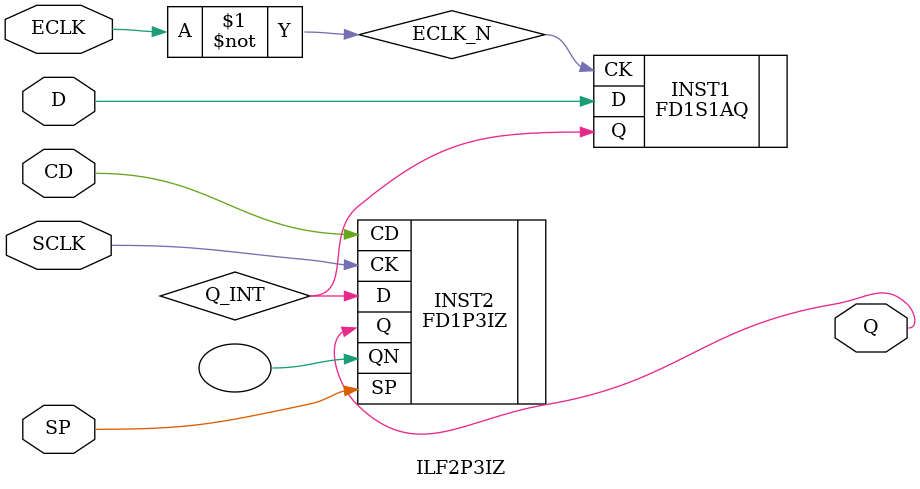
<source format=v>
`resetall
`timescale 1 ns / 100 ps

`celldefine

module ILF2P3IZ (D, SP, ECLK, SCLK, CD, Q);
  parameter DISABLED_GSR = 0;
  defparam INST2.DISABLED_GSR = DISABLED_GSR;
  input  D, SP, ECLK, SCLK, CD;
  output Q;
  not  (ECLK_N, ECLK);
  FD1S1AQ INST1 (.D(D), .CK(ECLK_N), .Q(Q_INT));
  FD1P3IZ INST2 (.D(Q_INT), .SP(SP), .CK(SCLK), .CD(CD),
                 .Q(Q), .QN());

endmodule

`endcelldefine

</source>
